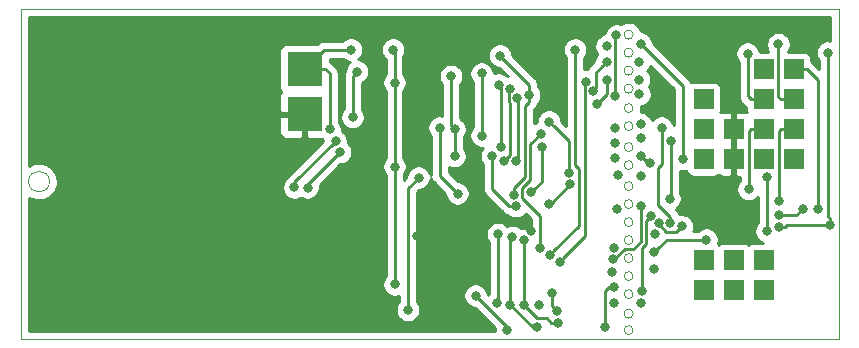
<source format=gbr>
G04 #@! TF.GenerationSoftware,KiCad,Pcbnew,(5.1.0)-1*
G04 #@! TF.CreationDate,2019-05-01T15:09:39-04:00*
G04 #@! TF.ProjectId,PicoTrackerWSPR1Rev4,5069636f-5472-4616-936b-657257535052,rev?*
G04 #@! TF.SameCoordinates,Original*
G04 #@! TF.FileFunction,Copper,L2,Bot*
G04 #@! TF.FilePolarity,Positive*
%FSLAX46Y46*%
G04 Gerber Fmt 4.6, Leading zero omitted, Abs format (unit mm)*
G04 Created by KiCad (PCBNEW (5.1.0)-1) date 2019-05-01 15:09:39*
%MOMM*%
%LPD*%
G04 APERTURE LIST*
%ADD10C,0.100000*%
%ADD11R,3.000000X3.000000*%
%ADD12R,1.700000X1.700000*%
%ADD13C,0.800000*%
%ADD14C,0.250000*%
%ADD15C,0.254000*%
G04 APERTURE END LIST*
D10*
X53975000Y-62230000D02*
X53975000Y-63500000D01*
X123190000Y-62230000D02*
X123190000Y-63500000D01*
X53975000Y-90170000D02*
X53975000Y-63500000D01*
X123190000Y-90170000D02*
X53975000Y-90170000D01*
X123190000Y-63500000D02*
X123190000Y-90170000D01*
X53975000Y-62230000D02*
X123190000Y-62230000D01*
X105791021Y-89408000D02*
G75*
G03X105791021Y-89408000I-381021J0D01*
G01*
X105791021Y-64389000D02*
G75*
G03X105791021Y-64389000I-381021J0D01*
G01*
X105791021Y-65913000D02*
G75*
G03X105791021Y-65913000I-381021J0D01*
G01*
X105791021Y-67437000D02*
G75*
G03X105791021Y-67437000I-381021J0D01*
G01*
X105791021Y-68961000D02*
G75*
G03X105791021Y-68961000I-381021J0D01*
G01*
X105791021Y-70612000D02*
G75*
G03X105791021Y-70612000I-381021J0D01*
G01*
X105791021Y-72136000D02*
G75*
G03X105791021Y-72136000I-381021J0D01*
G01*
X105791021Y-73914000D02*
G75*
G03X105791021Y-73914000I-381021J0D01*
G01*
X105791021Y-75438000D02*
G75*
G03X105791021Y-75438000I-381021J0D01*
G01*
X105791021Y-77216000D02*
G75*
G03X105791021Y-77216000I-381021J0D01*
G01*
X105791021Y-78740000D02*
G75*
G03X105791021Y-78740000I-381021J0D01*
G01*
X105791021Y-80264000D02*
G75*
G03X105791021Y-80264000I-381021J0D01*
G01*
X105791021Y-81788000D02*
G75*
G03X105791021Y-81788000I-381021J0D01*
G01*
X105791021Y-83312000D02*
G75*
G03X105791021Y-83312000I-381021J0D01*
G01*
X105791021Y-86360000D02*
G75*
G03X105791021Y-86360000I-381021J0D01*
G01*
X105791021Y-84836000D02*
G75*
G03X105791021Y-84836000I-381021J0D01*
G01*
X105791021Y-88011000D02*
G75*
G03X105791021Y-88011000I-381021J0D01*
G01*
X56388000Y-76835000D02*
G75*
G03X56388000Y-76835000I-889000J0D01*
G01*
D11*
X77978000Y-71120000D03*
X77978000Y-67310000D03*
D12*
X111760000Y-74930000D03*
X114300000Y-74930000D03*
X116840000Y-69850000D03*
X119380000Y-69850000D03*
X111760000Y-72390000D03*
X116840000Y-72390000D03*
X119380000Y-72390000D03*
X116840000Y-83506000D03*
X114300000Y-83506000D03*
X111760000Y-83506000D03*
X116840000Y-86046000D03*
X114300000Y-86046000D03*
X111760000Y-86046000D03*
X119380000Y-74930000D03*
X116840000Y-74930000D03*
X116840000Y-67310000D03*
X119380000Y-67310000D03*
X111760000Y-69850000D03*
X114300000Y-72390000D03*
D13*
X57150000Y-68707000D03*
X57150000Y-67818000D03*
X57150000Y-66929000D03*
X57150000Y-66040000D03*
X57150000Y-65151000D03*
X58039000Y-65151000D03*
X58928000Y-65151000D03*
X59817000Y-65151000D03*
X60706000Y-65151000D03*
X61595000Y-65405000D03*
X61595000Y-66294000D03*
X61595000Y-67183000D03*
X61595000Y-68072000D03*
X57785000Y-81026000D03*
X57785000Y-80137000D03*
X57785000Y-79248000D03*
X57785000Y-78359000D03*
X57785000Y-77470000D03*
X57785000Y-76581000D03*
X57785000Y-75692000D03*
X57785000Y-74803000D03*
X57785000Y-73914000D03*
X57785000Y-73025000D03*
X57785000Y-72136000D03*
X73025000Y-72136000D03*
X73025000Y-74803000D03*
X73025000Y-76581000D03*
X73025000Y-78359000D03*
X73025000Y-73025000D03*
X73025000Y-75692000D03*
X73025000Y-77470000D03*
X73025000Y-73914000D03*
X60706000Y-76581000D03*
X60706000Y-78359000D03*
X60706000Y-79248000D03*
X60706000Y-73025000D03*
X60706000Y-81026000D03*
X60706000Y-77470000D03*
X60706000Y-80137000D03*
X60706000Y-73914000D03*
X60706000Y-74803000D03*
X60706000Y-72136000D03*
X60706000Y-75692000D03*
X63627000Y-80137000D03*
X63627000Y-79248000D03*
X63627000Y-73914000D03*
X63627000Y-81026000D03*
X63627000Y-75692000D03*
X63627000Y-76581000D03*
X63627000Y-78359000D03*
X63627000Y-73025000D03*
X63627000Y-77470000D03*
X63627000Y-74803000D03*
X63627000Y-72136000D03*
X66421000Y-80137000D03*
X66421000Y-81026000D03*
X66421000Y-73025000D03*
X66421000Y-79248000D03*
X66421000Y-77470000D03*
X66421000Y-76581000D03*
X66421000Y-75692000D03*
X66421000Y-73914000D03*
X66421000Y-78359000D03*
X66421000Y-74803000D03*
X66421000Y-72136000D03*
X70104000Y-74803000D03*
X70104000Y-76581000D03*
X70104000Y-75692000D03*
X70104000Y-78359000D03*
X70104000Y-73025000D03*
X70104000Y-72136000D03*
X70104000Y-79248000D03*
X70104000Y-77470000D03*
X70104000Y-80137000D03*
X70104000Y-73914000D03*
X58674000Y-81026000D03*
X59690000Y-81026000D03*
X64516000Y-81026000D03*
X65405000Y-81026000D03*
X67310000Y-81026000D03*
X68199000Y-81026000D03*
X70993000Y-81026000D03*
X61595000Y-72136000D03*
X62611000Y-72136000D03*
X64516000Y-72136000D03*
X65405000Y-72136000D03*
X67310000Y-72136000D03*
X68199000Y-72136000D03*
X69088000Y-72136000D03*
X70993000Y-72136000D03*
X72009000Y-72136000D03*
X59817000Y-72136000D03*
X58801000Y-72136000D03*
X60579000Y-71247000D03*
X60579000Y-70358000D03*
X57785000Y-84582000D03*
X57785000Y-85471000D03*
X57785000Y-86360000D03*
X57785000Y-87249000D03*
X58674000Y-87249000D03*
X59563000Y-87249000D03*
X60452000Y-87249000D03*
X61341000Y-87249000D03*
X62230000Y-87249000D03*
X63119000Y-87249000D03*
X64008000Y-87249000D03*
X64897000Y-87249000D03*
X65786000Y-87249000D03*
X66675000Y-87249000D03*
X60452000Y-86233000D03*
X60452000Y-85090000D03*
X64008000Y-86360000D03*
X64008000Y-85471000D03*
X64008000Y-84582000D03*
X64008000Y-83693000D03*
X64008000Y-82804000D03*
X64008000Y-81915000D03*
X66675000Y-86233000D03*
X66675000Y-85217000D03*
X66675000Y-84201000D03*
X65405000Y-65151000D03*
X65405000Y-66040000D03*
X65405000Y-66929000D03*
X65405000Y-67818000D03*
X65405000Y-68707000D03*
X66294000Y-65151000D03*
X67183000Y-65151000D03*
X68072000Y-65151000D03*
X68961000Y-65151000D03*
X69850000Y-65151000D03*
X70739000Y-65151000D03*
X71628000Y-65151000D03*
X72517000Y-65151000D03*
X73406000Y-65151000D03*
X73406000Y-66040000D03*
X73406000Y-66929000D03*
X73406000Y-67818000D03*
X73406000Y-68707000D03*
X73406000Y-69596000D03*
X73406000Y-70485000D03*
X73406000Y-71374000D03*
X69850000Y-66040000D03*
X69850000Y-66929000D03*
X69850000Y-67945000D03*
X69850000Y-68961000D03*
X64516000Y-65151000D03*
X63627000Y-65151000D03*
X62611000Y-65151000D03*
X60452000Y-84074000D03*
X60579000Y-69469000D03*
X69088000Y-81026000D03*
X62611000Y-81026000D03*
X61595000Y-81026000D03*
X70104000Y-81026000D03*
X61595000Y-68961000D03*
X78232000Y-71628000D03*
X72949069Y-79232814D03*
X72949069Y-80152186D03*
X106680000Y-63500000D03*
X64897000Y-69469000D03*
X64008000Y-71120000D03*
X64262000Y-70231000D03*
X73256991Y-81027634D03*
X72136000Y-81026000D03*
X57531000Y-82804000D03*
X57531000Y-81915000D03*
X57531000Y-83693000D03*
X57277000Y-71374000D03*
X57277000Y-70485000D03*
X57150000Y-69596000D03*
X76343931Y-74366782D03*
X78331828Y-82550001D03*
X79375000Y-85725000D03*
X82279998Y-81026000D03*
X88265000Y-78232000D03*
X90687001Y-80512939D03*
X91186000Y-84582000D03*
X93980000Y-79502000D03*
X88392000Y-66548000D03*
X84294839Y-66581161D03*
X91821000Y-76073000D03*
X86995000Y-70358000D03*
X83947000Y-74549000D03*
X87122000Y-74549000D03*
X96139000Y-65050033D03*
X97155000Y-81026000D03*
X73279000Y-86995000D03*
X83947000Y-71501000D03*
X103377997Y-63245997D03*
X107315000Y-71120000D03*
X73260974Y-82042001D03*
X75655010Y-77470000D03*
X73260974Y-83058000D03*
X83820000Y-83975037D03*
X87503000Y-81407000D03*
X104267000Y-69543993D03*
X106328969Y-69432402D03*
X82042000Y-71374000D03*
X82439200Y-67523040D03*
X85593000Y-68458000D03*
X85598000Y-85528080D03*
X85598000Y-75565008D03*
X104381194Y-64454208D03*
X85471000Y-65659000D03*
X109982000Y-74930000D03*
X106426000Y-65151000D03*
X77851000Y-67564000D03*
X80095560Y-72417890D03*
X81915000Y-65659000D03*
X103541990Y-65368010D03*
X115479884Y-66003010D03*
X106299000Y-68199000D03*
X102743000Y-70231000D03*
X95991968Y-69715786D03*
X95883640Y-75123719D03*
X103541990Y-68197698D03*
X118087091Y-65203657D03*
X106298992Y-66675000D03*
X102428522Y-69127958D03*
X95347790Y-68950895D03*
X94885239Y-75066991D03*
X103541990Y-66675000D03*
X115570000Y-77470000D03*
X104267000Y-74803000D03*
X106428616Y-74673382D03*
X107200924Y-75280844D03*
X92960898Y-67680161D03*
X80604002Y-73406000D03*
X77105095Y-77328433D03*
X92964000Y-72931913D03*
X118110000Y-78486000D03*
X108966000Y-73406000D03*
X108877453Y-78268990D03*
X104267000Y-73533000D03*
X106426008Y-73152000D03*
X80960669Y-74340244D03*
X94615000Y-73877010D03*
X78232014Y-77343000D03*
X94402654Y-68624182D03*
X98044000Y-73914000D03*
X97130418Y-77746044D03*
X112007411Y-81751010D03*
X107569002Y-82804000D03*
X104140000Y-82423000D03*
X104393850Y-79123231D03*
X107649612Y-81293606D03*
X108204000Y-72263000D03*
X104267000Y-72263000D03*
X106425082Y-71956050D03*
X94519628Y-66165100D03*
X96991002Y-69505998D03*
X95680407Y-77932415D03*
X108947835Y-80375030D03*
X104013000Y-84455000D03*
X107569000Y-84201000D03*
X99314000Y-87757000D03*
X98891364Y-86291318D03*
X104139988Y-87122000D03*
X106483685Y-87122000D03*
X96520000Y-87249000D03*
X99441000Y-88772994D03*
X96525448Y-81802974D03*
X117094000Y-76454000D03*
X117094000Y-81026000D03*
X104139998Y-85725000D03*
X106561420Y-86125014D03*
X107315000Y-79756000D03*
X107948462Y-80339294D03*
X109917365Y-80620052D03*
X103378000Y-89154000D03*
X95377000Y-87249000D03*
X97663000Y-89154000D03*
X95566143Y-81520558D03*
X118110000Y-80645000D03*
X122428000Y-80518000D03*
X122301000Y-65913000D03*
X106433007Y-78868118D03*
X104099648Y-83422198D03*
X121412000Y-79121000D03*
X120142000Y-79121000D03*
X118181031Y-79647514D03*
X106426000Y-76326996D03*
X104482945Y-76312619D03*
X100471423Y-77062961D03*
X98664976Y-78727968D03*
X87630000Y-76501698D03*
X86731659Y-87692965D03*
X92456000Y-86487000D03*
X95123000Y-89408000D03*
X97817120Y-87315398D03*
X100895002Y-65659000D03*
X98737013Y-83042196D03*
X101778001Y-68368454D03*
X99564984Y-83602988D03*
X90932000Y-77851000D03*
X89408000Y-72263000D03*
X90387915Y-67898455D03*
X90678000Y-72390000D03*
X93853000Y-74676000D03*
X90678000Y-74676000D03*
X95878122Y-78915123D03*
X94361000Y-81280000D03*
X94291459Y-87074514D03*
X100330000Y-76073000D03*
X98679000Y-71755000D03*
X97953990Y-72771000D03*
X97929315Y-82452580D03*
D14*
X82042000Y-71374000D02*
X82042000Y-67920240D01*
X82042000Y-67920240D02*
X82439200Y-67523040D01*
X85593000Y-68458000D02*
X85593000Y-75560008D01*
X85593000Y-75560008D02*
X85598000Y-75565008D01*
X85598000Y-85528080D02*
X85598000Y-75565008D01*
X104267000Y-64568402D02*
X104381194Y-64454208D01*
X104267000Y-69543993D02*
X104267000Y-64568402D01*
X85593000Y-65781000D02*
X85471000Y-65659000D01*
X85593000Y-68458000D02*
X85593000Y-65781000D01*
X109982000Y-68707000D02*
X106825999Y-65550999D01*
X109982000Y-74930000D02*
X109982000Y-68707000D01*
X106825999Y-65550999D02*
X106426000Y-65151000D01*
X77978000Y-67310000D02*
X79728000Y-67310000D01*
X80095560Y-71852205D02*
X80095560Y-72417890D01*
X80095560Y-67677560D02*
X80095560Y-71852205D01*
X79728000Y-67310000D02*
X80095560Y-67677560D01*
X79629000Y-65659000D02*
X77978000Y-67310000D01*
X81915000Y-65659000D02*
X79629000Y-65659000D01*
X115479884Y-69589884D02*
X115479884Y-66568695D01*
X115740000Y-69850000D02*
X115479884Y-69589884D01*
X116840000Y-69850000D02*
X115740000Y-69850000D01*
X115479884Y-66568695D02*
X115479884Y-66003010D01*
X96012000Y-75057000D02*
X95945281Y-75123719D01*
X96012000Y-69735818D02*
X96012000Y-75057000D01*
X95945281Y-75123719D02*
X95883640Y-75123719D01*
X95991968Y-69715786D02*
X96012000Y-69735818D01*
X103541990Y-69432010D02*
X103541990Y-68763383D01*
X102743000Y-70231000D02*
X103541990Y-69432010D01*
X103541990Y-68763383D02*
X103541990Y-68197698D01*
X118087091Y-69657091D02*
X118087091Y-65769342D01*
X118280000Y-69850000D02*
X118087091Y-69657091D01*
X119380000Y-69850000D02*
X118280000Y-69850000D01*
X118087091Y-65769342D02*
X118087091Y-65203657D01*
X95347790Y-68950895D02*
X95266967Y-69031718D01*
X95373817Y-74578413D02*
X95285238Y-74666992D01*
X95373817Y-70170637D02*
X95373817Y-74578413D01*
X95285238Y-74666992D02*
X94885239Y-75066991D01*
X95266967Y-70063787D02*
X95373817Y-70170637D01*
X95266967Y-69031718D02*
X95266967Y-70063787D01*
X103141991Y-67074999D02*
X103541990Y-66675000D01*
X102611537Y-68944943D02*
X102611537Y-67605453D01*
X102428522Y-69127958D02*
X102611537Y-68944943D01*
X102611537Y-67605453D02*
X103141991Y-67074999D01*
X115740000Y-72390000D02*
X116840000Y-72390000D01*
X115570000Y-72560000D02*
X115740000Y-72390000D01*
X115570000Y-77470000D02*
X115570000Y-72560000D01*
X106428616Y-74673382D02*
X107036078Y-75280844D01*
X107036078Y-75280844D02*
X107200924Y-75280844D01*
X77105095Y-76904907D02*
X77105095Y-77328433D01*
X80604002Y-73406000D02*
X77105095Y-76904907D01*
X92960898Y-67680161D02*
X92960898Y-72928811D01*
X92960898Y-72928811D02*
X92964000Y-72931913D01*
X118110000Y-72560000D02*
X118110000Y-78486000D01*
X119380000Y-72390000D02*
X118280000Y-72390000D01*
X118280000Y-72390000D02*
X118110000Y-72560000D01*
X108966000Y-73406000D02*
X108966000Y-78180443D01*
X108966000Y-78180443D02*
X108877453Y-78268990D01*
X78232014Y-77068899D02*
X78232014Y-77343000D01*
X80960669Y-74340244D02*
X78232014Y-77068899D01*
X94615000Y-68836528D02*
X94402654Y-68624182D01*
X94615000Y-73877010D02*
X94615000Y-68836528D01*
X98044000Y-76832462D02*
X97530417Y-77346045D01*
X98044000Y-73914000D02*
X98044000Y-76832462D01*
X97530417Y-77346045D02*
X97130418Y-77746044D01*
X112007411Y-81751010D02*
X108621992Y-81751010D01*
X107969001Y-82404001D02*
X107569002Y-82804000D01*
X108621992Y-81751010D02*
X107969001Y-82404001D01*
X94519628Y-66165100D02*
X96991002Y-68636474D01*
X96991002Y-68636474D02*
X96991002Y-69505998D01*
X96991002Y-70071683D02*
X96614988Y-70447697D01*
X96614988Y-76432149D02*
X95680407Y-77366730D01*
X96991002Y-69505998D02*
X96991002Y-70071683D01*
X96614988Y-70447697D02*
X96614988Y-76432149D01*
X95680407Y-77366730D02*
X95680407Y-77932415D01*
X108947835Y-79809345D02*
X108947835Y-80375030D01*
X108204000Y-75350772D02*
X107913001Y-75641771D01*
X107913001Y-75641771D02*
X107913001Y-78774511D01*
X107913001Y-78774511D02*
X108947835Y-79809345D01*
X108204000Y-72263000D02*
X108204000Y-75350772D01*
X98891364Y-86291318D02*
X98891364Y-87334364D01*
X98891364Y-87334364D02*
X99314000Y-87757000D01*
X99441000Y-88772994D02*
X98875315Y-88772994D01*
X96919999Y-87648999D02*
X96520000Y-87249000D01*
X98475316Y-88372995D02*
X97643995Y-88372995D01*
X98875315Y-88772994D02*
X98475316Y-88372995D01*
X97643995Y-88372995D02*
X96919999Y-87648999D01*
X96520000Y-81808422D02*
X96525448Y-81802974D01*
X96520000Y-87249000D02*
X96520000Y-81808422D01*
X117094000Y-76454000D02*
X117094000Y-81026000D01*
X106561420Y-86125014D02*
X106561420Y-82415990D01*
X106883018Y-82094393D02*
X106883018Y-80187982D01*
X106915001Y-80155999D02*
X107315000Y-79756000D01*
X106561420Y-82415990D02*
X106883018Y-82094393D01*
X106883018Y-80187982D02*
X106915001Y-80155999D01*
X109433778Y-81103639D02*
X109517366Y-81020051D01*
X107948462Y-80452488D02*
X108599613Y-81103639D01*
X108599613Y-81103639D02*
X109433778Y-81103639D01*
X109517366Y-81020051D02*
X109917365Y-80620052D01*
X107948462Y-80339294D02*
X107948462Y-80452488D01*
X104139998Y-85725000D02*
X103759000Y-85725000D01*
X103759000Y-85725000D02*
X103378000Y-86106000D01*
X103378000Y-86106000D02*
X103378000Y-89154000D01*
X95377000Y-87249000D02*
X97282000Y-89154000D01*
X97282000Y-89154000D02*
X97663000Y-89154000D01*
X95377000Y-87249000D02*
X95377000Y-81709701D01*
X95377000Y-81709701D02*
X95566143Y-81520558D01*
X118675685Y-80645000D02*
X118110000Y-80645000D01*
X118802685Y-80518000D02*
X118675685Y-80645000D01*
X122428000Y-80518000D02*
X118802685Y-80518000D01*
X122428000Y-79952315D02*
X122301000Y-79825315D01*
X122428000Y-80518000D02*
X122428000Y-79952315D01*
X122301000Y-79825315D02*
X122301000Y-65913000D01*
X105791000Y-82550000D02*
X105086002Y-82550000D01*
X104213804Y-83422198D02*
X104099648Y-83422198D01*
X105086002Y-82550000D02*
X104213804Y-83422198D01*
X106433007Y-81907993D02*
X105791000Y-82550000D01*
X106433007Y-78868118D02*
X106433007Y-81907993D01*
X121412000Y-68242000D02*
X121412000Y-79121000D01*
X119380000Y-67310000D02*
X120480000Y-67310000D01*
X120480000Y-67310000D02*
X121412000Y-68242000D01*
X119615486Y-79647514D02*
X118746716Y-79647514D01*
X120142000Y-79121000D02*
X119615486Y-79647514D01*
X118746716Y-79647514D02*
X118181031Y-79647514D01*
X100471423Y-77062961D02*
X98806416Y-78727968D01*
X98806416Y-78727968D02*
X98664976Y-78727968D01*
X87630000Y-76501698D02*
X86731659Y-77400039D01*
X86731659Y-77400039D02*
X86731659Y-87127280D01*
X86731659Y-87127280D02*
X86731659Y-87692965D01*
X92456000Y-86487000D02*
X95123000Y-89154000D01*
X95123000Y-89154000D02*
X95123000Y-89408000D01*
X101196425Y-80582784D02*
X99137012Y-82642197D01*
X100895002Y-65659000D02*
X100895002Y-75438000D01*
X101196425Y-75739423D02*
X101196425Y-80582784D01*
X99137012Y-82642197D02*
X98737013Y-83042196D01*
X100895002Y-75438000D02*
X101196425Y-75739423D01*
X101778001Y-68368454D02*
X101703521Y-68442934D01*
X101703521Y-68442934D02*
X101703521Y-81464451D01*
X99964983Y-83202989D02*
X99564984Y-83602988D01*
X101703521Y-81464451D02*
X99964983Y-83202989D01*
X89408000Y-76327000D02*
X89408000Y-72828685D01*
X89408000Y-72828685D02*
X89408000Y-72263000D01*
X90932000Y-77851000D02*
X89408000Y-76327000D01*
X90387915Y-72099915D02*
X90678000Y-72390000D01*
X90387915Y-67898455D02*
X90387915Y-72099915D01*
X90678000Y-74676000D02*
X90678000Y-72390000D01*
X93853000Y-74676000D02*
X93853000Y-77455686D01*
X95312437Y-78915123D02*
X95878122Y-78915123D01*
X93853000Y-77455686D02*
X95312437Y-78915123D01*
X94361000Y-81280000D02*
X94361000Y-87004973D01*
X94361000Y-87004973D02*
X94291459Y-87074514D01*
X99078999Y-72154999D02*
X98679000Y-71755000D01*
X100330000Y-73406000D02*
X99078999Y-72154999D01*
X100330000Y-76073000D02*
X100330000Y-73406000D01*
X97953990Y-72771000D02*
X97064999Y-73659991D01*
X96405417Y-77398043D02*
X96405417Y-78187413D01*
X96405417Y-78187413D02*
X97929315Y-79711311D01*
X97929315Y-81886895D02*
X97929315Y-82452580D01*
X97929315Y-79711311D02*
X97929315Y-81886895D01*
X97064999Y-76738461D02*
X96405417Y-77398043D01*
X97064999Y-73659991D02*
X97064999Y-76738461D01*
D15*
G36*
X122505001Y-63466344D02*
G01*
X122505000Y-63466354D01*
X122505000Y-64898301D01*
X122402939Y-64878000D01*
X122199061Y-64878000D01*
X121999102Y-64917774D01*
X121810744Y-64995795D01*
X121641226Y-65109063D01*
X121497063Y-65253226D01*
X121383795Y-65422744D01*
X121305774Y-65611102D01*
X121266000Y-65811061D01*
X121266000Y-66014939D01*
X121305774Y-66214898D01*
X121383795Y-66403256D01*
X121497063Y-66572774D01*
X121541001Y-66616712D01*
X121541001Y-67296199D01*
X121043804Y-66799002D01*
X121020001Y-66769999D01*
X120904276Y-66675026D01*
X120868072Y-66655674D01*
X120868072Y-66460000D01*
X120855812Y-66335518D01*
X120819502Y-66215820D01*
X120760537Y-66105506D01*
X120681185Y-66008815D01*
X120584494Y-65929463D01*
X120474180Y-65870498D01*
X120354482Y-65834188D01*
X120230000Y-65821928D01*
X118918759Y-65821928D01*
X119004296Y-65693913D01*
X119082317Y-65505555D01*
X119122091Y-65305596D01*
X119122091Y-65101718D01*
X119082317Y-64901759D01*
X119004296Y-64713401D01*
X118891028Y-64543883D01*
X118746865Y-64399720D01*
X118577347Y-64286452D01*
X118388989Y-64208431D01*
X118189030Y-64168657D01*
X117985152Y-64168657D01*
X117785193Y-64208431D01*
X117596835Y-64286452D01*
X117427317Y-64399720D01*
X117283154Y-64543883D01*
X117169886Y-64713401D01*
X117091865Y-64901759D01*
X117052091Y-65101718D01*
X117052091Y-65305596D01*
X117091865Y-65505555D01*
X117169886Y-65693913D01*
X117255423Y-65821928D01*
X116499142Y-65821928D01*
X116475110Y-65701112D01*
X116397089Y-65512754D01*
X116283821Y-65343236D01*
X116139658Y-65199073D01*
X115970140Y-65085805D01*
X115781782Y-65007784D01*
X115581823Y-64968010D01*
X115377945Y-64968010D01*
X115177986Y-65007784D01*
X114989628Y-65085805D01*
X114820110Y-65199073D01*
X114675947Y-65343236D01*
X114562679Y-65512754D01*
X114484658Y-65701112D01*
X114444884Y-65901071D01*
X114444884Y-66104949D01*
X114484658Y-66304908D01*
X114562679Y-66493266D01*
X114675947Y-66662784D01*
X114719885Y-66706722D01*
X114719884Y-69552561D01*
X114716208Y-69589884D01*
X114719884Y-69627206D01*
X114719884Y-69627216D01*
X114730881Y-69738869D01*
X114766499Y-69856287D01*
X114774338Y-69882130D01*
X114844910Y-70014160D01*
X114870354Y-70045163D01*
X114939883Y-70129885D01*
X114968887Y-70153688D01*
X115176196Y-70360997D01*
X115199999Y-70390001D01*
X115315724Y-70484974D01*
X115351928Y-70504326D01*
X115351928Y-70700000D01*
X115364188Y-70824482D01*
X115400498Y-70944180D01*
X115407753Y-70957753D01*
X115394180Y-70950498D01*
X115274482Y-70914188D01*
X115150000Y-70901928D01*
X114585750Y-70905000D01*
X114427000Y-71063750D01*
X114427000Y-72263000D01*
X114447000Y-72263000D01*
X114447000Y-72517000D01*
X114427000Y-72517000D01*
X114427000Y-74803000D01*
X114447000Y-74803000D01*
X114447000Y-75057000D01*
X114427000Y-75057000D01*
X114427000Y-76256250D01*
X114585750Y-76415000D01*
X114810000Y-76416221D01*
X114810000Y-76766289D01*
X114766063Y-76810226D01*
X114652795Y-76979744D01*
X114574774Y-77168102D01*
X114535000Y-77368061D01*
X114535000Y-77571939D01*
X114574774Y-77771898D01*
X114652795Y-77960256D01*
X114766063Y-78129774D01*
X114910226Y-78273937D01*
X115079744Y-78387205D01*
X115268102Y-78465226D01*
X115468061Y-78505000D01*
X115671939Y-78505000D01*
X115871898Y-78465226D01*
X116060256Y-78387205D01*
X116229774Y-78273937D01*
X116334000Y-78169711D01*
X116334001Y-80322288D01*
X116290063Y-80366226D01*
X116176795Y-80535744D01*
X116098774Y-80724102D01*
X116059000Y-80924061D01*
X116059000Y-81127939D01*
X116098774Y-81327898D01*
X116176795Y-81516256D01*
X116290063Y-81685774D01*
X116434226Y-81829937D01*
X116603744Y-81943205D01*
X116784140Y-82017928D01*
X115990000Y-82017928D01*
X115865518Y-82030188D01*
X115745820Y-82066498D01*
X115635506Y-82125463D01*
X115570000Y-82179222D01*
X115504494Y-82125463D01*
X115394180Y-82066498D01*
X115274482Y-82030188D01*
X115150000Y-82017928D01*
X113450000Y-82017928D01*
X113325518Y-82030188D01*
X113205820Y-82066498D01*
X113095506Y-82125463D01*
X113030000Y-82179222D01*
X112970531Y-82130418D01*
X113002637Y-82052908D01*
X113042411Y-81852949D01*
X113042411Y-81649071D01*
X113002637Y-81449112D01*
X112924616Y-81260754D01*
X112811348Y-81091236D01*
X112667185Y-80947073D01*
X112497667Y-80833805D01*
X112309309Y-80755784D01*
X112109350Y-80716010D01*
X111905472Y-80716010D01*
X111705513Y-80755784D01*
X111517155Y-80833805D01*
X111347637Y-80947073D01*
X111303700Y-80991010D01*
X110883985Y-80991010D01*
X110912591Y-80921950D01*
X110952365Y-80721991D01*
X110952365Y-80518113D01*
X110912591Y-80318154D01*
X110834570Y-80129796D01*
X110721302Y-79960278D01*
X110577139Y-79816115D01*
X110407621Y-79702847D01*
X110219263Y-79624826D01*
X110019304Y-79585052D01*
X109815426Y-79585052D01*
X109682042Y-79611583D01*
X109653381Y-79517098D01*
X109582809Y-79385069D01*
X109487836Y-79269344D01*
X109458839Y-79245547D01*
X109386758Y-79173467D01*
X109537227Y-79072927D01*
X109681390Y-78928764D01*
X109794658Y-78759246D01*
X109872679Y-78570888D01*
X109912453Y-78370929D01*
X109912453Y-78167051D01*
X109872679Y-77967092D01*
X109794658Y-77778734D01*
X109726000Y-77675980D01*
X109726000Y-75934356D01*
X109880061Y-75965000D01*
X110083939Y-75965000D01*
X110283898Y-75925226D01*
X110289746Y-75922804D01*
X110320498Y-76024180D01*
X110379463Y-76134494D01*
X110458815Y-76231185D01*
X110555506Y-76310537D01*
X110665820Y-76369502D01*
X110785518Y-76405812D01*
X110910000Y-76418072D01*
X112610000Y-76418072D01*
X112734482Y-76405812D01*
X112854180Y-76369502D01*
X112964494Y-76310537D01*
X113030000Y-76256778D01*
X113095506Y-76310537D01*
X113205820Y-76369502D01*
X113325518Y-76405812D01*
X113450000Y-76418072D01*
X114014250Y-76415000D01*
X114173000Y-76256250D01*
X114173000Y-75057000D01*
X114153000Y-75057000D01*
X114153000Y-74803000D01*
X114173000Y-74803000D01*
X114173000Y-72517000D01*
X114153000Y-72517000D01*
X114153000Y-72263000D01*
X114173000Y-72263000D01*
X114173000Y-71063750D01*
X114014250Y-70905000D01*
X113450000Y-70901928D01*
X113325518Y-70914188D01*
X113205820Y-70950498D01*
X113192247Y-70957753D01*
X113199502Y-70944180D01*
X113235812Y-70824482D01*
X113248072Y-70700000D01*
X113248072Y-69000000D01*
X113235812Y-68875518D01*
X113199502Y-68755820D01*
X113140537Y-68645506D01*
X113061185Y-68548815D01*
X112964494Y-68469463D01*
X112854180Y-68410498D01*
X112734482Y-68374188D01*
X112610000Y-68361928D01*
X110910000Y-68361928D01*
X110785518Y-68374188D01*
X110682558Y-68405421D01*
X110616974Y-68282724D01*
X110582262Y-68240427D01*
X110545799Y-68195996D01*
X110545795Y-68195992D01*
X110522001Y-68166999D01*
X110493008Y-68143205D01*
X107461000Y-65111199D01*
X107461000Y-65049061D01*
X107421226Y-64849102D01*
X107343205Y-64660744D01*
X107229937Y-64491226D01*
X107085774Y-64347063D01*
X106916256Y-64233795D01*
X106727898Y-64155774D01*
X106527939Y-64116000D01*
X106457662Y-64116000D01*
X106449257Y-64073745D01*
X106367785Y-63877053D01*
X106249506Y-63700036D01*
X106098964Y-63549494D01*
X105921947Y-63431215D01*
X105725255Y-63349743D01*
X105516449Y-63308208D01*
X105303551Y-63308208D01*
X105094745Y-63349743D01*
X104898053Y-63431215D01*
X104790137Y-63503322D01*
X104683092Y-63458982D01*
X104483133Y-63419208D01*
X104279255Y-63419208D01*
X104079296Y-63458982D01*
X103890938Y-63537003D01*
X103721420Y-63650271D01*
X103577257Y-63794434D01*
X103463989Y-63963952D01*
X103385968Y-64152310D01*
X103346316Y-64351655D01*
X103240092Y-64372784D01*
X103051734Y-64450805D01*
X102882216Y-64564073D01*
X102738053Y-64708236D01*
X102624785Y-64877754D01*
X102546764Y-65066112D01*
X102506990Y-65266071D01*
X102506990Y-65469949D01*
X102546764Y-65669908D01*
X102624785Y-65858266D01*
X102733858Y-66021505D01*
X102624785Y-66184744D01*
X102546764Y-66373102D01*
X102506990Y-66573061D01*
X102506990Y-66635198D01*
X102100535Y-67041654D01*
X102071537Y-67065452D01*
X102047739Y-67094450D01*
X102047738Y-67094451D01*
X101976563Y-67181177D01*
X101905991Y-67313207D01*
X101898716Y-67337189D01*
X101879940Y-67333454D01*
X101676062Y-67333454D01*
X101655002Y-67337643D01*
X101655002Y-66362711D01*
X101698939Y-66318774D01*
X101812207Y-66149256D01*
X101890228Y-65960898D01*
X101930002Y-65760939D01*
X101930002Y-65557061D01*
X101890228Y-65357102D01*
X101812207Y-65168744D01*
X101698939Y-64999226D01*
X101554776Y-64855063D01*
X101385258Y-64741795D01*
X101196900Y-64663774D01*
X100996941Y-64624000D01*
X100793063Y-64624000D01*
X100593104Y-64663774D01*
X100404746Y-64741795D01*
X100235228Y-64855063D01*
X100091065Y-64999226D01*
X99977797Y-65168744D01*
X99899776Y-65357102D01*
X99860002Y-65557061D01*
X99860002Y-65760939D01*
X99899776Y-65960898D01*
X99977797Y-66149256D01*
X100091065Y-66318774D01*
X100135002Y-66362711D01*
X100135003Y-72136201D01*
X99714000Y-71715199D01*
X99714000Y-71653061D01*
X99674226Y-71453102D01*
X99596205Y-71264744D01*
X99482937Y-71095226D01*
X99338774Y-70951063D01*
X99169256Y-70837795D01*
X98980898Y-70759774D01*
X98780939Y-70720000D01*
X98577061Y-70720000D01*
X98377102Y-70759774D01*
X98188744Y-70837795D01*
X98019226Y-70951063D01*
X97875063Y-71095226D01*
X97761795Y-71264744D01*
X97683774Y-71453102D01*
X97644000Y-71653061D01*
X97644000Y-71779126D01*
X97463734Y-71853795D01*
X97374988Y-71913093D01*
X97374988Y-70762498D01*
X97501999Y-70635487D01*
X97531003Y-70611684D01*
X97625976Y-70495959D01*
X97696548Y-70363930D01*
X97739989Y-70220722D01*
X97794939Y-70165772D01*
X97908207Y-69996254D01*
X97986228Y-69807896D01*
X98026002Y-69607937D01*
X98026002Y-69404059D01*
X97986228Y-69204100D01*
X97908207Y-69015742D01*
X97794939Y-68846224D01*
X97751002Y-68802287D01*
X97751002Y-68673807D01*
X97754679Y-68636474D01*
X97740005Y-68487488D01*
X97696548Y-68344227D01*
X97625976Y-68212198D01*
X97554801Y-68125471D01*
X97531003Y-68096473D01*
X97502006Y-68072676D01*
X95554628Y-66125299D01*
X95554628Y-66063161D01*
X95514854Y-65863202D01*
X95436833Y-65674844D01*
X95323565Y-65505326D01*
X95179402Y-65361163D01*
X95009884Y-65247895D01*
X94821526Y-65169874D01*
X94621567Y-65130100D01*
X94417689Y-65130100D01*
X94217730Y-65169874D01*
X94029372Y-65247895D01*
X93859854Y-65361163D01*
X93715691Y-65505326D01*
X93602423Y-65674844D01*
X93524402Y-65863202D01*
X93484628Y-66063161D01*
X93484628Y-66267039D01*
X93524402Y-66466998D01*
X93602423Y-66655356D01*
X93715691Y-66824874D01*
X93859854Y-66969037D01*
X94029372Y-67082305D01*
X94217730Y-67160326D01*
X94417689Y-67200100D01*
X94479827Y-67200100D01*
X95203955Y-67924229D01*
X95172640Y-67930457D01*
X95062428Y-67820245D01*
X94892910Y-67706977D01*
X94704552Y-67628956D01*
X94504593Y-67589182D01*
X94300715Y-67589182D01*
X94100756Y-67628956D01*
X93995898Y-67672390D01*
X93995898Y-67578222D01*
X93956124Y-67378263D01*
X93878103Y-67189905D01*
X93764835Y-67020387D01*
X93620672Y-66876224D01*
X93451154Y-66762956D01*
X93262796Y-66684935D01*
X93062837Y-66645161D01*
X92858959Y-66645161D01*
X92659000Y-66684935D01*
X92470642Y-66762956D01*
X92301124Y-66876224D01*
X92156961Y-67020387D01*
X92043693Y-67189905D01*
X91965672Y-67378263D01*
X91925898Y-67578222D01*
X91925898Y-67782100D01*
X91965672Y-67982059D01*
X92043693Y-68170417D01*
X92156961Y-68339935D01*
X92200898Y-68383872D01*
X92200899Y-72231303D01*
X92160063Y-72272139D01*
X92046795Y-72441657D01*
X91968774Y-72630015D01*
X91929000Y-72829974D01*
X91929000Y-73033852D01*
X91968774Y-73233811D01*
X92046795Y-73422169D01*
X92160063Y-73591687D01*
X92304226Y-73735850D01*
X92473744Y-73849118D01*
X92662102Y-73927139D01*
X92862061Y-73966913D01*
X93065939Y-73966913D01*
X93106430Y-73958859D01*
X93049063Y-74016226D01*
X92935795Y-74185744D01*
X92857774Y-74374102D01*
X92818000Y-74574061D01*
X92818000Y-74777939D01*
X92857774Y-74977898D01*
X92935795Y-75166256D01*
X93049063Y-75335774D01*
X93093000Y-75379711D01*
X93093001Y-77418354D01*
X93089324Y-77455686D01*
X93093001Y-77493019D01*
X93103998Y-77604672D01*
X93113273Y-77635247D01*
X93147454Y-77747932D01*
X93218026Y-77879962D01*
X93286862Y-77963838D01*
X93313000Y-77995687D01*
X93341998Y-78019485D01*
X94748638Y-79426126D01*
X94772436Y-79455124D01*
X94888161Y-79550097D01*
X95020190Y-79620669D01*
X95163398Y-79664110D01*
X95218348Y-79719060D01*
X95387866Y-79832328D01*
X95576224Y-79910349D01*
X95776183Y-79950123D01*
X95980061Y-79950123D01*
X96180020Y-79910349D01*
X96368378Y-79832328D01*
X96537896Y-79719060D01*
X96682059Y-79574897D01*
X96696495Y-79553292D01*
X97169315Y-80026113D01*
X97169316Y-80988409D01*
X97015704Y-80885769D01*
X96827346Y-80807748D01*
X96627387Y-80767974D01*
X96423509Y-80767974D01*
X96301532Y-80792236D01*
X96225917Y-80716621D01*
X96056399Y-80603353D01*
X95868041Y-80525332D01*
X95668082Y-80485558D01*
X95464204Y-80485558D01*
X95264245Y-80525332D01*
X95126924Y-80582213D01*
X95020774Y-80476063D01*
X94851256Y-80362795D01*
X94662898Y-80284774D01*
X94462939Y-80245000D01*
X94259061Y-80245000D01*
X94059102Y-80284774D01*
X93870744Y-80362795D01*
X93701226Y-80476063D01*
X93557063Y-80620226D01*
X93443795Y-80789744D01*
X93365774Y-80978102D01*
X93326000Y-81178061D01*
X93326000Y-81381939D01*
X93365774Y-81581898D01*
X93443795Y-81770256D01*
X93557063Y-81939774D01*
X93601000Y-81983711D01*
X93601001Y-86301261D01*
X93491000Y-86411262D01*
X93491000Y-86385061D01*
X93451226Y-86185102D01*
X93373205Y-85996744D01*
X93259937Y-85827226D01*
X93115774Y-85683063D01*
X92946256Y-85569795D01*
X92757898Y-85491774D01*
X92557939Y-85452000D01*
X92354061Y-85452000D01*
X92154102Y-85491774D01*
X91965744Y-85569795D01*
X91796226Y-85683063D01*
X91652063Y-85827226D01*
X91538795Y-85996744D01*
X91460774Y-86185102D01*
X91421000Y-86385061D01*
X91421000Y-86588939D01*
X91460774Y-86788898D01*
X91538795Y-86977256D01*
X91652063Y-87146774D01*
X91796226Y-87290937D01*
X91965744Y-87404205D01*
X92154102Y-87482226D01*
X92354061Y-87522000D01*
X92416199Y-87522000D01*
X94106625Y-89212427D01*
X94088000Y-89306061D01*
X94088000Y-89485000D01*
X54660000Y-89485000D01*
X54660000Y-78186481D01*
X54901877Y-78312931D01*
X55200314Y-78400766D01*
X55510128Y-78428961D01*
X55819518Y-78396443D01*
X56116700Y-78304450D01*
X56390353Y-78156486D01*
X56630056Y-77958187D01*
X56826676Y-77717106D01*
X56972726Y-77442426D01*
X57062643Y-77144610D01*
X57093000Y-76835000D01*
X57092379Y-76790493D01*
X57053388Y-76481852D01*
X56955191Y-76186662D01*
X56801529Y-75916167D01*
X56598254Y-75680670D01*
X56353108Y-75489141D01*
X56075430Y-75348876D01*
X55775795Y-75265216D01*
X55465618Y-75241350D01*
X55156712Y-75278184D01*
X54860844Y-75374318D01*
X54660000Y-75486566D01*
X54660000Y-72620000D01*
X75839928Y-72620000D01*
X75852188Y-72744482D01*
X75888498Y-72864180D01*
X75947463Y-72974494D01*
X76026815Y-73071185D01*
X76123506Y-73150537D01*
X76233820Y-73209502D01*
X76353518Y-73245812D01*
X76478000Y-73258072D01*
X77692250Y-73255000D01*
X77851000Y-73096250D01*
X77851000Y-71247000D01*
X76001750Y-71247000D01*
X75843000Y-71405750D01*
X75839928Y-72620000D01*
X54660000Y-72620000D01*
X54660000Y-65810000D01*
X75839928Y-65810000D01*
X75839928Y-68810000D01*
X75852188Y-68934482D01*
X75888498Y-69054180D01*
X75947463Y-69164494D01*
X75988912Y-69215000D01*
X75947463Y-69265506D01*
X75888498Y-69375820D01*
X75852188Y-69495518D01*
X75839928Y-69620000D01*
X75843000Y-70834250D01*
X76001750Y-70993000D01*
X77851000Y-70993000D01*
X77851000Y-70973000D01*
X78105000Y-70973000D01*
X78105000Y-70993000D01*
X78125000Y-70993000D01*
X78125000Y-71247000D01*
X78105000Y-71247000D01*
X78105000Y-73096250D01*
X78263750Y-73255000D01*
X79478000Y-73258072D01*
X79488485Y-73257039D01*
X79569002Y-73310839D01*
X79569002Y-73366198D01*
X76594098Y-76341103D01*
X76565094Y-76364906D01*
X76521462Y-76418072D01*
X76470121Y-76480631D01*
X76447426Y-76523089D01*
X76445321Y-76524496D01*
X76301158Y-76668659D01*
X76187890Y-76838177D01*
X76109869Y-77026535D01*
X76070095Y-77226494D01*
X76070095Y-77430372D01*
X76109869Y-77630331D01*
X76187890Y-77818689D01*
X76301158Y-77988207D01*
X76445321Y-78132370D01*
X76614839Y-78245638D01*
X76803197Y-78323659D01*
X77003156Y-78363433D01*
X77207034Y-78363433D01*
X77406993Y-78323659D01*
X77595351Y-78245638D01*
X77657654Y-78204009D01*
X77741758Y-78260205D01*
X77930116Y-78338226D01*
X78130075Y-78378000D01*
X78333953Y-78378000D01*
X78533912Y-78338226D01*
X78722270Y-78260205D01*
X78891788Y-78146937D01*
X79035951Y-78002774D01*
X79149219Y-77833256D01*
X79227240Y-77644898D01*
X79267014Y-77444939D01*
X79267014Y-77241061D01*
X79245054Y-77130660D01*
X81000471Y-75375244D01*
X81062608Y-75375244D01*
X81262567Y-75335470D01*
X81450925Y-75257449D01*
X81620443Y-75144181D01*
X81764606Y-75000018D01*
X81877874Y-74830500D01*
X81955895Y-74642142D01*
X81995669Y-74442183D01*
X81995669Y-74238305D01*
X81955895Y-74038346D01*
X81877874Y-73849988D01*
X81764606Y-73680470D01*
X81631216Y-73547080D01*
X81639002Y-73507939D01*
X81639002Y-73304061D01*
X81599228Y-73104102D01*
X81521207Y-72915744D01*
X81407939Y-72746226D01*
X81263776Y-72602063D01*
X81130560Y-72513051D01*
X81130560Y-72315951D01*
X81090786Y-72115992D01*
X81012765Y-71927634D01*
X80899497Y-71758116D01*
X80855560Y-71714179D01*
X80855560Y-67714882D01*
X80859236Y-67677559D01*
X80855560Y-67640236D01*
X80855560Y-67640227D01*
X80844563Y-67528574D01*
X80801106Y-67385313D01*
X80730534Y-67253284D01*
X80635561Y-67137559D01*
X80606558Y-67113757D01*
X80291804Y-66799003D01*
X80268001Y-66769999D01*
X80152276Y-66675026D01*
X80116072Y-66655674D01*
X80116072Y-66419000D01*
X81211289Y-66419000D01*
X81255226Y-66462937D01*
X81424744Y-66576205D01*
X81613102Y-66654226D01*
X81813061Y-66694000D01*
X81816995Y-66694000D01*
X81779426Y-66719103D01*
X81635263Y-66863266D01*
X81521995Y-67032784D01*
X81443974Y-67221142D01*
X81404200Y-67421101D01*
X81404200Y-67501251D01*
X81336454Y-67627994D01*
X81316453Y-67693931D01*
X81292998Y-67771254D01*
X81289708Y-67804655D01*
X81278324Y-67920240D01*
X81282001Y-67957572D01*
X81282000Y-70670289D01*
X81238063Y-70714226D01*
X81124795Y-70883744D01*
X81046774Y-71072102D01*
X81007000Y-71272061D01*
X81007000Y-71475939D01*
X81046774Y-71675898D01*
X81124795Y-71864256D01*
X81238063Y-72033774D01*
X81382226Y-72177937D01*
X81551744Y-72291205D01*
X81740102Y-72369226D01*
X81940061Y-72409000D01*
X82143939Y-72409000D01*
X82343898Y-72369226D01*
X82532256Y-72291205D01*
X82701774Y-72177937D01*
X82845937Y-72033774D01*
X82959205Y-71864256D01*
X83037226Y-71675898D01*
X83077000Y-71475939D01*
X83077000Y-71272061D01*
X83037226Y-71072102D01*
X82959205Y-70883744D01*
X82845937Y-70714226D01*
X82802000Y-70670289D01*
X82802000Y-68493039D01*
X82929456Y-68440245D01*
X83098974Y-68326977D01*
X83243137Y-68182814D01*
X83356405Y-68013296D01*
X83434426Y-67824938D01*
X83474200Y-67624979D01*
X83474200Y-67421101D01*
X83434426Y-67221142D01*
X83356405Y-67032784D01*
X83243137Y-66863266D01*
X83098974Y-66719103D01*
X82929456Y-66605835D01*
X82741098Y-66527814D01*
X82541139Y-66488040D01*
X82537205Y-66488040D01*
X82574774Y-66462937D01*
X82718937Y-66318774D01*
X82832205Y-66149256D01*
X82910226Y-65960898D01*
X82950000Y-65760939D01*
X82950000Y-65557061D01*
X84436000Y-65557061D01*
X84436000Y-65760939D01*
X84475774Y-65960898D01*
X84553795Y-66149256D01*
X84667063Y-66318774D01*
X84811226Y-66462937D01*
X84833001Y-66477486D01*
X84833000Y-67754289D01*
X84789063Y-67798226D01*
X84675795Y-67967744D01*
X84597774Y-68156102D01*
X84558000Y-68356061D01*
X84558000Y-68559939D01*
X84597774Y-68759898D01*
X84675795Y-68948256D01*
X84789063Y-69117774D01*
X84833000Y-69161711D01*
X84833001Y-74866296D01*
X84794063Y-74905234D01*
X84680795Y-75074752D01*
X84602774Y-75263110D01*
X84563000Y-75463069D01*
X84563000Y-75666947D01*
X84602774Y-75866906D01*
X84680795Y-76055264D01*
X84794063Y-76224782D01*
X84838001Y-76268720D01*
X84838000Y-84824369D01*
X84794063Y-84868306D01*
X84680795Y-85037824D01*
X84602774Y-85226182D01*
X84563000Y-85426141D01*
X84563000Y-85630019D01*
X84602774Y-85829978D01*
X84680795Y-86018336D01*
X84794063Y-86187854D01*
X84938226Y-86332017D01*
X85107744Y-86445285D01*
X85296102Y-86523306D01*
X85496061Y-86563080D01*
X85699939Y-86563080D01*
X85899898Y-86523306D01*
X85971660Y-86493581D01*
X85971660Y-86989253D01*
X85927722Y-87033191D01*
X85814454Y-87202709D01*
X85736433Y-87391067D01*
X85696659Y-87591026D01*
X85696659Y-87794904D01*
X85736433Y-87994863D01*
X85814454Y-88183221D01*
X85927722Y-88352739D01*
X86071885Y-88496902D01*
X86241403Y-88610170D01*
X86429761Y-88688191D01*
X86629720Y-88727965D01*
X86833598Y-88727965D01*
X87033557Y-88688191D01*
X87221915Y-88610170D01*
X87391433Y-88496902D01*
X87535596Y-88352739D01*
X87648864Y-88183221D01*
X87726885Y-87994863D01*
X87766659Y-87794904D01*
X87766659Y-87591026D01*
X87726885Y-87391067D01*
X87648864Y-87202709D01*
X87535596Y-87033191D01*
X87491659Y-86989254D01*
X87491659Y-77714840D01*
X87669801Y-77536698D01*
X87731939Y-77536698D01*
X87931898Y-77496924D01*
X88120256Y-77418903D01*
X88289774Y-77305635D01*
X88433937Y-77161472D01*
X88547205Y-76991954D01*
X88625226Y-76803596D01*
X88665000Y-76603637D01*
X88665000Y-76495775D01*
X88701993Y-76617727D01*
X88702454Y-76619246D01*
X88773026Y-76751276D01*
X88798443Y-76782246D01*
X88867999Y-76867001D01*
X88897002Y-76890803D01*
X89897000Y-77890802D01*
X89897000Y-77952939D01*
X89936774Y-78152898D01*
X90014795Y-78341256D01*
X90128063Y-78510774D01*
X90272226Y-78654937D01*
X90441744Y-78768205D01*
X90630102Y-78846226D01*
X90830061Y-78886000D01*
X91033939Y-78886000D01*
X91233898Y-78846226D01*
X91422256Y-78768205D01*
X91591774Y-78654937D01*
X91735937Y-78510774D01*
X91849205Y-78341256D01*
X91927226Y-78152898D01*
X91967000Y-77952939D01*
X91967000Y-77749061D01*
X91927226Y-77549102D01*
X91849205Y-77360744D01*
X91735937Y-77191226D01*
X91591774Y-77047063D01*
X91422256Y-76933795D01*
X91233898Y-76855774D01*
X91033939Y-76816000D01*
X90971802Y-76816000D01*
X90168000Y-76012199D01*
X90168000Y-75580013D01*
X90187744Y-75593205D01*
X90376102Y-75671226D01*
X90576061Y-75711000D01*
X90779939Y-75711000D01*
X90979898Y-75671226D01*
X91168256Y-75593205D01*
X91337774Y-75479937D01*
X91481937Y-75335774D01*
X91595205Y-75166256D01*
X91673226Y-74977898D01*
X91713000Y-74777939D01*
X91713000Y-74574061D01*
X91673226Y-74374102D01*
X91595205Y-74185744D01*
X91481937Y-74016226D01*
X91438000Y-73972289D01*
X91438000Y-73093711D01*
X91481937Y-73049774D01*
X91595205Y-72880256D01*
X91673226Y-72691898D01*
X91713000Y-72491939D01*
X91713000Y-72288061D01*
X91673226Y-72088102D01*
X91595205Y-71899744D01*
X91481937Y-71730226D01*
X91337774Y-71586063D01*
X91168256Y-71472795D01*
X91147915Y-71464369D01*
X91147915Y-68602166D01*
X91191852Y-68558229D01*
X91305120Y-68388711D01*
X91383141Y-68200353D01*
X91422915Y-68000394D01*
X91422915Y-67796516D01*
X91383141Y-67596557D01*
X91305120Y-67408199D01*
X91191852Y-67238681D01*
X91047689Y-67094518D01*
X90878171Y-66981250D01*
X90689813Y-66903229D01*
X90489854Y-66863455D01*
X90285976Y-66863455D01*
X90086017Y-66903229D01*
X89897659Y-66981250D01*
X89728141Y-67094518D01*
X89583978Y-67238681D01*
X89470710Y-67408199D01*
X89392689Y-67596557D01*
X89352915Y-67796516D01*
X89352915Y-68000394D01*
X89392689Y-68200353D01*
X89470710Y-68388711D01*
X89583978Y-68558229D01*
X89627915Y-68602166D01*
X89627916Y-71251467D01*
X89509939Y-71228000D01*
X89306061Y-71228000D01*
X89106102Y-71267774D01*
X88917744Y-71345795D01*
X88748226Y-71459063D01*
X88604063Y-71603226D01*
X88490795Y-71772744D01*
X88412774Y-71961102D01*
X88373000Y-72161061D01*
X88373000Y-72364939D01*
X88412774Y-72564898D01*
X88490795Y-72753256D01*
X88604063Y-72922774D01*
X88648001Y-72966712D01*
X88648000Y-76289677D01*
X88646378Y-76306141D01*
X88625226Y-76199800D01*
X88547205Y-76011442D01*
X88433937Y-75841924D01*
X88289774Y-75697761D01*
X88120256Y-75584493D01*
X87931898Y-75506472D01*
X87731939Y-75466698D01*
X87528061Y-75466698D01*
X87328102Y-75506472D01*
X87139744Y-75584493D01*
X86970226Y-75697761D01*
X86826063Y-75841924D01*
X86712795Y-76011442D01*
X86634774Y-76199800D01*
X86595000Y-76399759D01*
X86595000Y-76461897D01*
X86358000Y-76698897D01*
X86358000Y-76268719D01*
X86401937Y-76224782D01*
X86515205Y-76055264D01*
X86593226Y-75866906D01*
X86633000Y-75666947D01*
X86633000Y-75463069D01*
X86593226Y-75263110D01*
X86515205Y-75074752D01*
X86401937Y-74905234D01*
X86353000Y-74856297D01*
X86353000Y-69161711D01*
X86396937Y-69117774D01*
X86510205Y-68948256D01*
X86588226Y-68759898D01*
X86628000Y-68559939D01*
X86628000Y-68356061D01*
X86588226Y-68156102D01*
X86510205Y-67967744D01*
X86396937Y-67798226D01*
X86353000Y-67754289D01*
X86353000Y-66201944D01*
X86388205Y-66149256D01*
X86466226Y-65960898D01*
X86506000Y-65760939D01*
X86506000Y-65557061D01*
X86466226Y-65357102D01*
X86388205Y-65168744D01*
X86274937Y-64999226D01*
X86130774Y-64855063D01*
X85961256Y-64741795D01*
X85772898Y-64663774D01*
X85572939Y-64624000D01*
X85369061Y-64624000D01*
X85169102Y-64663774D01*
X84980744Y-64741795D01*
X84811226Y-64855063D01*
X84667063Y-64999226D01*
X84553795Y-65168744D01*
X84475774Y-65357102D01*
X84436000Y-65557061D01*
X82950000Y-65557061D01*
X82910226Y-65357102D01*
X82832205Y-65168744D01*
X82718937Y-64999226D01*
X82574774Y-64855063D01*
X82405256Y-64741795D01*
X82216898Y-64663774D01*
X82016939Y-64624000D01*
X81813061Y-64624000D01*
X81613102Y-64663774D01*
X81424744Y-64741795D01*
X81255226Y-64855063D01*
X81211289Y-64899000D01*
X79666333Y-64899000D01*
X79629000Y-64895323D01*
X79591667Y-64899000D01*
X79480014Y-64909997D01*
X79336753Y-64953454D01*
X79204724Y-65024026D01*
X79088999Y-65118999D01*
X79065201Y-65147997D01*
X79041270Y-65171928D01*
X76478000Y-65171928D01*
X76353518Y-65184188D01*
X76233820Y-65220498D01*
X76123506Y-65279463D01*
X76026815Y-65358815D01*
X75947463Y-65455506D01*
X75888498Y-65565820D01*
X75852188Y-65685518D01*
X75839928Y-65810000D01*
X54660000Y-65810000D01*
X54660000Y-62915000D01*
X122505001Y-62915000D01*
X122505001Y-63466344D01*
X122505001Y-63466344D01*
G37*
X122505001Y-63466344D02*
X122505000Y-63466354D01*
X122505000Y-64898301D01*
X122402939Y-64878000D01*
X122199061Y-64878000D01*
X121999102Y-64917774D01*
X121810744Y-64995795D01*
X121641226Y-65109063D01*
X121497063Y-65253226D01*
X121383795Y-65422744D01*
X121305774Y-65611102D01*
X121266000Y-65811061D01*
X121266000Y-66014939D01*
X121305774Y-66214898D01*
X121383795Y-66403256D01*
X121497063Y-66572774D01*
X121541001Y-66616712D01*
X121541001Y-67296199D01*
X121043804Y-66799002D01*
X121020001Y-66769999D01*
X120904276Y-66675026D01*
X120868072Y-66655674D01*
X120868072Y-66460000D01*
X120855812Y-66335518D01*
X120819502Y-66215820D01*
X120760537Y-66105506D01*
X120681185Y-66008815D01*
X120584494Y-65929463D01*
X120474180Y-65870498D01*
X120354482Y-65834188D01*
X120230000Y-65821928D01*
X118918759Y-65821928D01*
X119004296Y-65693913D01*
X119082317Y-65505555D01*
X119122091Y-65305596D01*
X119122091Y-65101718D01*
X119082317Y-64901759D01*
X119004296Y-64713401D01*
X118891028Y-64543883D01*
X118746865Y-64399720D01*
X118577347Y-64286452D01*
X118388989Y-64208431D01*
X118189030Y-64168657D01*
X117985152Y-64168657D01*
X117785193Y-64208431D01*
X117596835Y-64286452D01*
X117427317Y-64399720D01*
X117283154Y-64543883D01*
X117169886Y-64713401D01*
X117091865Y-64901759D01*
X117052091Y-65101718D01*
X117052091Y-65305596D01*
X117091865Y-65505555D01*
X117169886Y-65693913D01*
X117255423Y-65821928D01*
X116499142Y-65821928D01*
X116475110Y-65701112D01*
X116397089Y-65512754D01*
X116283821Y-65343236D01*
X116139658Y-65199073D01*
X115970140Y-65085805D01*
X115781782Y-65007784D01*
X115581823Y-64968010D01*
X115377945Y-64968010D01*
X115177986Y-65007784D01*
X114989628Y-65085805D01*
X114820110Y-65199073D01*
X114675947Y-65343236D01*
X114562679Y-65512754D01*
X114484658Y-65701112D01*
X114444884Y-65901071D01*
X114444884Y-66104949D01*
X114484658Y-66304908D01*
X114562679Y-66493266D01*
X114675947Y-66662784D01*
X114719885Y-66706722D01*
X114719884Y-69552561D01*
X114716208Y-69589884D01*
X114719884Y-69627206D01*
X114719884Y-69627216D01*
X114730881Y-69738869D01*
X114766499Y-69856287D01*
X114774338Y-69882130D01*
X114844910Y-70014160D01*
X114870354Y-70045163D01*
X114939883Y-70129885D01*
X114968887Y-70153688D01*
X115176196Y-70360997D01*
X115199999Y-70390001D01*
X115315724Y-70484974D01*
X115351928Y-70504326D01*
X115351928Y-70700000D01*
X115364188Y-70824482D01*
X115400498Y-70944180D01*
X115407753Y-70957753D01*
X115394180Y-70950498D01*
X115274482Y-70914188D01*
X115150000Y-70901928D01*
X114585750Y-70905000D01*
X114427000Y-71063750D01*
X114427000Y-72263000D01*
X114447000Y-72263000D01*
X114447000Y-72517000D01*
X114427000Y-72517000D01*
X114427000Y-74803000D01*
X114447000Y-74803000D01*
X114447000Y-75057000D01*
X114427000Y-75057000D01*
X114427000Y-76256250D01*
X114585750Y-76415000D01*
X114810000Y-76416221D01*
X114810000Y-76766289D01*
X114766063Y-76810226D01*
X114652795Y-76979744D01*
X114574774Y-77168102D01*
X114535000Y-77368061D01*
X114535000Y-77571939D01*
X114574774Y-77771898D01*
X114652795Y-77960256D01*
X114766063Y-78129774D01*
X114910226Y-78273937D01*
X115079744Y-78387205D01*
X115268102Y-78465226D01*
X115468061Y-78505000D01*
X115671939Y-78505000D01*
X115871898Y-78465226D01*
X116060256Y-78387205D01*
X116229774Y-78273937D01*
X116334000Y-78169711D01*
X116334001Y-80322288D01*
X116290063Y-80366226D01*
X116176795Y-80535744D01*
X116098774Y-80724102D01*
X116059000Y-80924061D01*
X116059000Y-81127939D01*
X116098774Y-81327898D01*
X116176795Y-81516256D01*
X116290063Y-81685774D01*
X116434226Y-81829937D01*
X116603744Y-81943205D01*
X116784140Y-82017928D01*
X115990000Y-82017928D01*
X115865518Y-82030188D01*
X115745820Y-82066498D01*
X115635506Y-82125463D01*
X115570000Y-82179222D01*
X115504494Y-82125463D01*
X115394180Y-82066498D01*
X115274482Y-82030188D01*
X115150000Y-82017928D01*
X113450000Y-82017928D01*
X113325518Y-82030188D01*
X113205820Y-82066498D01*
X113095506Y-82125463D01*
X113030000Y-82179222D01*
X112970531Y-82130418D01*
X113002637Y-82052908D01*
X113042411Y-81852949D01*
X113042411Y-81649071D01*
X113002637Y-81449112D01*
X112924616Y-81260754D01*
X112811348Y-81091236D01*
X112667185Y-80947073D01*
X112497667Y-80833805D01*
X112309309Y-80755784D01*
X112109350Y-80716010D01*
X111905472Y-80716010D01*
X111705513Y-80755784D01*
X111517155Y-80833805D01*
X111347637Y-80947073D01*
X111303700Y-80991010D01*
X110883985Y-80991010D01*
X110912591Y-80921950D01*
X110952365Y-80721991D01*
X110952365Y-80518113D01*
X110912591Y-80318154D01*
X110834570Y-80129796D01*
X110721302Y-79960278D01*
X110577139Y-79816115D01*
X110407621Y-79702847D01*
X110219263Y-79624826D01*
X110019304Y-79585052D01*
X109815426Y-79585052D01*
X109682042Y-79611583D01*
X109653381Y-79517098D01*
X109582809Y-79385069D01*
X109487836Y-79269344D01*
X109458839Y-79245547D01*
X109386758Y-79173467D01*
X109537227Y-79072927D01*
X109681390Y-78928764D01*
X109794658Y-78759246D01*
X109872679Y-78570888D01*
X109912453Y-78370929D01*
X109912453Y-78167051D01*
X109872679Y-77967092D01*
X109794658Y-77778734D01*
X109726000Y-77675980D01*
X109726000Y-75934356D01*
X109880061Y-75965000D01*
X110083939Y-75965000D01*
X110283898Y-75925226D01*
X110289746Y-75922804D01*
X110320498Y-76024180D01*
X110379463Y-76134494D01*
X110458815Y-76231185D01*
X110555506Y-76310537D01*
X110665820Y-76369502D01*
X110785518Y-76405812D01*
X110910000Y-76418072D01*
X112610000Y-76418072D01*
X112734482Y-76405812D01*
X112854180Y-76369502D01*
X112964494Y-76310537D01*
X113030000Y-76256778D01*
X113095506Y-76310537D01*
X113205820Y-76369502D01*
X113325518Y-76405812D01*
X113450000Y-76418072D01*
X114014250Y-76415000D01*
X114173000Y-76256250D01*
X114173000Y-75057000D01*
X114153000Y-75057000D01*
X114153000Y-74803000D01*
X114173000Y-74803000D01*
X114173000Y-72517000D01*
X114153000Y-72517000D01*
X114153000Y-72263000D01*
X114173000Y-72263000D01*
X114173000Y-71063750D01*
X114014250Y-70905000D01*
X113450000Y-70901928D01*
X113325518Y-70914188D01*
X113205820Y-70950498D01*
X113192247Y-70957753D01*
X113199502Y-70944180D01*
X113235812Y-70824482D01*
X113248072Y-70700000D01*
X113248072Y-69000000D01*
X113235812Y-68875518D01*
X113199502Y-68755820D01*
X113140537Y-68645506D01*
X113061185Y-68548815D01*
X112964494Y-68469463D01*
X112854180Y-68410498D01*
X112734482Y-68374188D01*
X112610000Y-68361928D01*
X110910000Y-68361928D01*
X110785518Y-68374188D01*
X110682558Y-68405421D01*
X110616974Y-68282724D01*
X110582262Y-68240427D01*
X110545799Y-68195996D01*
X110545795Y-68195992D01*
X110522001Y-68166999D01*
X110493008Y-68143205D01*
X107461000Y-65111199D01*
X107461000Y-65049061D01*
X107421226Y-64849102D01*
X107343205Y-64660744D01*
X107229937Y-64491226D01*
X107085774Y-64347063D01*
X106916256Y-64233795D01*
X106727898Y-64155774D01*
X106527939Y-64116000D01*
X106457662Y-64116000D01*
X106449257Y-64073745D01*
X106367785Y-63877053D01*
X106249506Y-63700036D01*
X106098964Y-63549494D01*
X105921947Y-63431215D01*
X105725255Y-63349743D01*
X105516449Y-63308208D01*
X105303551Y-63308208D01*
X105094745Y-63349743D01*
X104898053Y-63431215D01*
X104790137Y-63503322D01*
X104683092Y-63458982D01*
X104483133Y-63419208D01*
X104279255Y-63419208D01*
X104079296Y-63458982D01*
X103890938Y-63537003D01*
X103721420Y-63650271D01*
X103577257Y-63794434D01*
X103463989Y-63963952D01*
X103385968Y-64152310D01*
X103346316Y-64351655D01*
X103240092Y-64372784D01*
X103051734Y-64450805D01*
X102882216Y-64564073D01*
X102738053Y-64708236D01*
X102624785Y-64877754D01*
X102546764Y-65066112D01*
X102506990Y-65266071D01*
X102506990Y-65469949D01*
X102546764Y-65669908D01*
X102624785Y-65858266D01*
X102733858Y-66021505D01*
X102624785Y-66184744D01*
X102546764Y-66373102D01*
X102506990Y-66573061D01*
X102506990Y-66635198D01*
X102100535Y-67041654D01*
X102071537Y-67065452D01*
X102047739Y-67094450D01*
X102047738Y-67094451D01*
X101976563Y-67181177D01*
X101905991Y-67313207D01*
X101898716Y-67337189D01*
X101879940Y-67333454D01*
X101676062Y-67333454D01*
X101655002Y-67337643D01*
X101655002Y-66362711D01*
X101698939Y-66318774D01*
X101812207Y-66149256D01*
X101890228Y-65960898D01*
X101930002Y-65760939D01*
X101930002Y-65557061D01*
X101890228Y-65357102D01*
X101812207Y-65168744D01*
X101698939Y-64999226D01*
X101554776Y-64855063D01*
X101385258Y-64741795D01*
X101196900Y-64663774D01*
X100996941Y-64624000D01*
X100793063Y-64624000D01*
X100593104Y-64663774D01*
X100404746Y-64741795D01*
X100235228Y-64855063D01*
X100091065Y-64999226D01*
X99977797Y-65168744D01*
X99899776Y-65357102D01*
X99860002Y-65557061D01*
X99860002Y-65760939D01*
X99899776Y-65960898D01*
X99977797Y-66149256D01*
X100091065Y-66318774D01*
X100135002Y-66362711D01*
X100135003Y-72136201D01*
X99714000Y-71715199D01*
X99714000Y-71653061D01*
X99674226Y-71453102D01*
X99596205Y-71264744D01*
X99482937Y-71095226D01*
X99338774Y-70951063D01*
X99169256Y-70837795D01*
X98980898Y-70759774D01*
X98780939Y-70720000D01*
X98577061Y-70720000D01*
X98377102Y-70759774D01*
X98188744Y-70837795D01*
X98019226Y-70951063D01*
X97875063Y-71095226D01*
X97761795Y-71264744D01*
X97683774Y-71453102D01*
X97644000Y-71653061D01*
X97644000Y-71779126D01*
X97463734Y-71853795D01*
X97374988Y-71913093D01*
X97374988Y-70762498D01*
X97501999Y-70635487D01*
X97531003Y-70611684D01*
X97625976Y-70495959D01*
X97696548Y-70363930D01*
X97739989Y-70220722D01*
X97794939Y-70165772D01*
X97908207Y-69996254D01*
X97986228Y-69807896D01*
X98026002Y-69607937D01*
X98026002Y-69404059D01*
X97986228Y-69204100D01*
X97908207Y-69015742D01*
X97794939Y-68846224D01*
X97751002Y-68802287D01*
X97751002Y-68673807D01*
X97754679Y-68636474D01*
X97740005Y-68487488D01*
X97696548Y-68344227D01*
X97625976Y-68212198D01*
X97554801Y-68125471D01*
X97531003Y-68096473D01*
X97502006Y-68072676D01*
X95554628Y-66125299D01*
X95554628Y-66063161D01*
X95514854Y-65863202D01*
X95436833Y-65674844D01*
X95323565Y-65505326D01*
X95179402Y-65361163D01*
X95009884Y-65247895D01*
X94821526Y-65169874D01*
X94621567Y-65130100D01*
X94417689Y-65130100D01*
X94217730Y-65169874D01*
X94029372Y-65247895D01*
X93859854Y-65361163D01*
X93715691Y-65505326D01*
X93602423Y-65674844D01*
X93524402Y-65863202D01*
X93484628Y-66063161D01*
X93484628Y-66267039D01*
X93524402Y-66466998D01*
X93602423Y-66655356D01*
X93715691Y-66824874D01*
X93859854Y-66969037D01*
X94029372Y-67082305D01*
X94217730Y-67160326D01*
X94417689Y-67200100D01*
X94479827Y-67200100D01*
X95203955Y-67924229D01*
X95172640Y-67930457D01*
X95062428Y-67820245D01*
X94892910Y-67706977D01*
X94704552Y-67628956D01*
X94504593Y-67589182D01*
X94300715Y-67589182D01*
X94100756Y-67628956D01*
X93995898Y-67672390D01*
X93995898Y-67578222D01*
X93956124Y-67378263D01*
X93878103Y-67189905D01*
X93764835Y-67020387D01*
X93620672Y-66876224D01*
X93451154Y-66762956D01*
X93262796Y-66684935D01*
X93062837Y-66645161D01*
X92858959Y-66645161D01*
X92659000Y-66684935D01*
X92470642Y-66762956D01*
X92301124Y-66876224D01*
X92156961Y-67020387D01*
X92043693Y-67189905D01*
X91965672Y-67378263D01*
X91925898Y-67578222D01*
X91925898Y-67782100D01*
X91965672Y-67982059D01*
X92043693Y-68170417D01*
X92156961Y-68339935D01*
X92200898Y-68383872D01*
X92200899Y-72231303D01*
X92160063Y-72272139D01*
X92046795Y-72441657D01*
X91968774Y-72630015D01*
X91929000Y-72829974D01*
X91929000Y-73033852D01*
X91968774Y-73233811D01*
X92046795Y-73422169D01*
X92160063Y-73591687D01*
X92304226Y-73735850D01*
X92473744Y-73849118D01*
X92662102Y-73927139D01*
X92862061Y-73966913D01*
X93065939Y-73966913D01*
X93106430Y-73958859D01*
X93049063Y-74016226D01*
X92935795Y-74185744D01*
X92857774Y-74374102D01*
X92818000Y-74574061D01*
X92818000Y-74777939D01*
X92857774Y-74977898D01*
X92935795Y-75166256D01*
X93049063Y-75335774D01*
X93093000Y-75379711D01*
X93093001Y-77418354D01*
X93089324Y-77455686D01*
X93093001Y-77493019D01*
X93103998Y-77604672D01*
X93113273Y-77635247D01*
X93147454Y-77747932D01*
X93218026Y-77879962D01*
X93286862Y-77963838D01*
X93313000Y-77995687D01*
X93341998Y-78019485D01*
X94748638Y-79426126D01*
X94772436Y-79455124D01*
X94888161Y-79550097D01*
X95020190Y-79620669D01*
X95163398Y-79664110D01*
X95218348Y-79719060D01*
X95387866Y-79832328D01*
X95576224Y-79910349D01*
X95776183Y-79950123D01*
X95980061Y-79950123D01*
X96180020Y-79910349D01*
X96368378Y-79832328D01*
X96537896Y-79719060D01*
X96682059Y-79574897D01*
X96696495Y-79553292D01*
X97169315Y-80026113D01*
X97169316Y-80988409D01*
X97015704Y-80885769D01*
X96827346Y-80807748D01*
X96627387Y-80767974D01*
X96423509Y-80767974D01*
X96301532Y-80792236D01*
X96225917Y-80716621D01*
X96056399Y-80603353D01*
X95868041Y-80525332D01*
X95668082Y-80485558D01*
X95464204Y-80485558D01*
X95264245Y-80525332D01*
X95126924Y-80582213D01*
X95020774Y-80476063D01*
X94851256Y-80362795D01*
X94662898Y-80284774D01*
X94462939Y-80245000D01*
X94259061Y-80245000D01*
X94059102Y-80284774D01*
X93870744Y-80362795D01*
X93701226Y-80476063D01*
X93557063Y-80620226D01*
X93443795Y-80789744D01*
X93365774Y-80978102D01*
X93326000Y-81178061D01*
X93326000Y-81381939D01*
X93365774Y-81581898D01*
X93443795Y-81770256D01*
X93557063Y-81939774D01*
X93601000Y-81983711D01*
X93601001Y-86301261D01*
X93491000Y-86411262D01*
X93491000Y-86385061D01*
X93451226Y-86185102D01*
X93373205Y-85996744D01*
X93259937Y-85827226D01*
X93115774Y-85683063D01*
X92946256Y-85569795D01*
X92757898Y-85491774D01*
X92557939Y-85452000D01*
X92354061Y-85452000D01*
X92154102Y-85491774D01*
X91965744Y-85569795D01*
X91796226Y-85683063D01*
X91652063Y-85827226D01*
X91538795Y-85996744D01*
X91460774Y-86185102D01*
X91421000Y-86385061D01*
X91421000Y-86588939D01*
X91460774Y-86788898D01*
X91538795Y-86977256D01*
X91652063Y-87146774D01*
X91796226Y-87290937D01*
X91965744Y-87404205D01*
X92154102Y-87482226D01*
X92354061Y-87522000D01*
X92416199Y-87522000D01*
X94106625Y-89212427D01*
X94088000Y-89306061D01*
X94088000Y-89485000D01*
X54660000Y-89485000D01*
X54660000Y-78186481D01*
X54901877Y-78312931D01*
X55200314Y-78400766D01*
X55510128Y-78428961D01*
X55819518Y-78396443D01*
X56116700Y-78304450D01*
X56390353Y-78156486D01*
X56630056Y-77958187D01*
X56826676Y-77717106D01*
X56972726Y-77442426D01*
X57062643Y-77144610D01*
X57093000Y-76835000D01*
X57092379Y-76790493D01*
X57053388Y-76481852D01*
X56955191Y-76186662D01*
X56801529Y-75916167D01*
X56598254Y-75680670D01*
X56353108Y-75489141D01*
X56075430Y-75348876D01*
X55775795Y-75265216D01*
X55465618Y-75241350D01*
X55156712Y-75278184D01*
X54860844Y-75374318D01*
X54660000Y-75486566D01*
X54660000Y-72620000D01*
X75839928Y-72620000D01*
X75852188Y-72744482D01*
X75888498Y-72864180D01*
X75947463Y-72974494D01*
X76026815Y-73071185D01*
X76123506Y-73150537D01*
X76233820Y-73209502D01*
X76353518Y-73245812D01*
X76478000Y-73258072D01*
X77692250Y-73255000D01*
X77851000Y-73096250D01*
X77851000Y-71247000D01*
X76001750Y-71247000D01*
X75843000Y-71405750D01*
X75839928Y-72620000D01*
X54660000Y-72620000D01*
X54660000Y-65810000D01*
X75839928Y-65810000D01*
X75839928Y-68810000D01*
X75852188Y-68934482D01*
X75888498Y-69054180D01*
X75947463Y-69164494D01*
X75988912Y-69215000D01*
X75947463Y-69265506D01*
X75888498Y-69375820D01*
X75852188Y-69495518D01*
X75839928Y-69620000D01*
X75843000Y-70834250D01*
X76001750Y-70993000D01*
X77851000Y-70993000D01*
X77851000Y-70973000D01*
X78105000Y-70973000D01*
X78105000Y-70993000D01*
X78125000Y-70993000D01*
X78125000Y-71247000D01*
X78105000Y-71247000D01*
X78105000Y-73096250D01*
X78263750Y-73255000D01*
X79478000Y-73258072D01*
X79488485Y-73257039D01*
X79569002Y-73310839D01*
X79569002Y-73366198D01*
X76594098Y-76341103D01*
X76565094Y-76364906D01*
X76521462Y-76418072D01*
X76470121Y-76480631D01*
X76447426Y-76523089D01*
X76445321Y-76524496D01*
X76301158Y-76668659D01*
X76187890Y-76838177D01*
X76109869Y-77026535D01*
X76070095Y-77226494D01*
X76070095Y-77430372D01*
X76109869Y-77630331D01*
X76187890Y-77818689D01*
X76301158Y-77988207D01*
X76445321Y-78132370D01*
X76614839Y-78245638D01*
X76803197Y-78323659D01*
X77003156Y-78363433D01*
X77207034Y-78363433D01*
X77406993Y-78323659D01*
X77595351Y-78245638D01*
X77657654Y-78204009D01*
X77741758Y-78260205D01*
X77930116Y-78338226D01*
X78130075Y-78378000D01*
X78333953Y-78378000D01*
X78533912Y-78338226D01*
X78722270Y-78260205D01*
X78891788Y-78146937D01*
X79035951Y-78002774D01*
X79149219Y-77833256D01*
X79227240Y-77644898D01*
X79267014Y-77444939D01*
X79267014Y-77241061D01*
X79245054Y-77130660D01*
X81000471Y-75375244D01*
X81062608Y-75375244D01*
X81262567Y-75335470D01*
X81450925Y-75257449D01*
X81620443Y-75144181D01*
X81764606Y-75000018D01*
X81877874Y-74830500D01*
X81955895Y-74642142D01*
X81995669Y-74442183D01*
X81995669Y-74238305D01*
X81955895Y-74038346D01*
X81877874Y-73849988D01*
X81764606Y-73680470D01*
X81631216Y-73547080D01*
X81639002Y-73507939D01*
X81639002Y-73304061D01*
X81599228Y-73104102D01*
X81521207Y-72915744D01*
X81407939Y-72746226D01*
X81263776Y-72602063D01*
X81130560Y-72513051D01*
X81130560Y-72315951D01*
X81090786Y-72115992D01*
X81012765Y-71927634D01*
X80899497Y-71758116D01*
X80855560Y-71714179D01*
X80855560Y-67714882D01*
X80859236Y-67677559D01*
X80855560Y-67640236D01*
X80855560Y-67640227D01*
X80844563Y-67528574D01*
X80801106Y-67385313D01*
X80730534Y-67253284D01*
X80635561Y-67137559D01*
X80606558Y-67113757D01*
X80291804Y-66799003D01*
X80268001Y-66769999D01*
X80152276Y-66675026D01*
X80116072Y-66655674D01*
X80116072Y-66419000D01*
X81211289Y-66419000D01*
X81255226Y-66462937D01*
X81424744Y-66576205D01*
X81613102Y-66654226D01*
X81813061Y-66694000D01*
X81816995Y-66694000D01*
X81779426Y-66719103D01*
X81635263Y-66863266D01*
X81521995Y-67032784D01*
X81443974Y-67221142D01*
X81404200Y-67421101D01*
X81404200Y-67501251D01*
X81336454Y-67627994D01*
X81316453Y-67693931D01*
X81292998Y-67771254D01*
X81289708Y-67804655D01*
X81278324Y-67920240D01*
X81282001Y-67957572D01*
X81282000Y-70670289D01*
X81238063Y-70714226D01*
X81124795Y-70883744D01*
X81046774Y-71072102D01*
X81007000Y-71272061D01*
X81007000Y-71475939D01*
X81046774Y-71675898D01*
X81124795Y-71864256D01*
X81238063Y-72033774D01*
X81382226Y-72177937D01*
X81551744Y-72291205D01*
X81740102Y-72369226D01*
X81940061Y-72409000D01*
X82143939Y-72409000D01*
X82343898Y-72369226D01*
X82532256Y-72291205D01*
X82701774Y-72177937D01*
X82845937Y-72033774D01*
X82959205Y-71864256D01*
X83037226Y-71675898D01*
X83077000Y-71475939D01*
X83077000Y-71272061D01*
X83037226Y-71072102D01*
X82959205Y-70883744D01*
X82845937Y-70714226D01*
X82802000Y-70670289D01*
X82802000Y-68493039D01*
X82929456Y-68440245D01*
X83098974Y-68326977D01*
X83243137Y-68182814D01*
X83356405Y-68013296D01*
X83434426Y-67824938D01*
X83474200Y-67624979D01*
X83474200Y-67421101D01*
X83434426Y-67221142D01*
X83356405Y-67032784D01*
X83243137Y-66863266D01*
X83098974Y-66719103D01*
X82929456Y-66605835D01*
X82741098Y-66527814D01*
X82541139Y-66488040D01*
X82537205Y-66488040D01*
X82574774Y-66462937D01*
X82718937Y-66318774D01*
X82832205Y-66149256D01*
X82910226Y-65960898D01*
X82950000Y-65760939D01*
X82950000Y-65557061D01*
X84436000Y-65557061D01*
X84436000Y-65760939D01*
X84475774Y-65960898D01*
X84553795Y-66149256D01*
X84667063Y-66318774D01*
X84811226Y-66462937D01*
X84833001Y-66477486D01*
X84833000Y-67754289D01*
X84789063Y-67798226D01*
X84675795Y-67967744D01*
X84597774Y-68156102D01*
X84558000Y-68356061D01*
X84558000Y-68559939D01*
X84597774Y-68759898D01*
X84675795Y-68948256D01*
X84789063Y-69117774D01*
X84833000Y-69161711D01*
X84833001Y-74866296D01*
X84794063Y-74905234D01*
X84680795Y-75074752D01*
X84602774Y-75263110D01*
X84563000Y-75463069D01*
X84563000Y-75666947D01*
X84602774Y-75866906D01*
X84680795Y-76055264D01*
X84794063Y-76224782D01*
X84838001Y-76268720D01*
X84838000Y-84824369D01*
X84794063Y-84868306D01*
X84680795Y-85037824D01*
X84602774Y-85226182D01*
X84563000Y-85426141D01*
X84563000Y-85630019D01*
X84602774Y-85829978D01*
X84680795Y-86018336D01*
X84794063Y-86187854D01*
X84938226Y-86332017D01*
X85107744Y-86445285D01*
X85296102Y-86523306D01*
X85496061Y-86563080D01*
X85699939Y-86563080D01*
X85899898Y-86523306D01*
X85971660Y-86493581D01*
X85971660Y-86989253D01*
X85927722Y-87033191D01*
X85814454Y-87202709D01*
X85736433Y-87391067D01*
X85696659Y-87591026D01*
X85696659Y-87794904D01*
X85736433Y-87994863D01*
X85814454Y-88183221D01*
X85927722Y-88352739D01*
X86071885Y-88496902D01*
X86241403Y-88610170D01*
X86429761Y-88688191D01*
X86629720Y-88727965D01*
X86833598Y-88727965D01*
X87033557Y-88688191D01*
X87221915Y-88610170D01*
X87391433Y-88496902D01*
X87535596Y-88352739D01*
X87648864Y-88183221D01*
X87726885Y-87994863D01*
X87766659Y-87794904D01*
X87766659Y-87591026D01*
X87726885Y-87391067D01*
X87648864Y-87202709D01*
X87535596Y-87033191D01*
X87491659Y-86989254D01*
X87491659Y-77714840D01*
X87669801Y-77536698D01*
X87731939Y-77536698D01*
X87931898Y-77496924D01*
X88120256Y-77418903D01*
X88289774Y-77305635D01*
X88433937Y-77161472D01*
X88547205Y-76991954D01*
X88625226Y-76803596D01*
X88665000Y-76603637D01*
X88665000Y-76495775D01*
X88701993Y-76617727D01*
X88702454Y-76619246D01*
X88773026Y-76751276D01*
X88798443Y-76782246D01*
X88867999Y-76867001D01*
X88897002Y-76890803D01*
X89897000Y-77890802D01*
X89897000Y-77952939D01*
X89936774Y-78152898D01*
X90014795Y-78341256D01*
X90128063Y-78510774D01*
X90272226Y-78654937D01*
X90441744Y-78768205D01*
X90630102Y-78846226D01*
X90830061Y-78886000D01*
X91033939Y-78886000D01*
X91233898Y-78846226D01*
X91422256Y-78768205D01*
X91591774Y-78654937D01*
X91735937Y-78510774D01*
X91849205Y-78341256D01*
X91927226Y-78152898D01*
X91967000Y-77952939D01*
X91967000Y-77749061D01*
X91927226Y-77549102D01*
X91849205Y-77360744D01*
X91735937Y-77191226D01*
X91591774Y-77047063D01*
X91422256Y-76933795D01*
X91233898Y-76855774D01*
X91033939Y-76816000D01*
X90971802Y-76816000D01*
X90168000Y-76012199D01*
X90168000Y-75580013D01*
X90187744Y-75593205D01*
X90376102Y-75671226D01*
X90576061Y-75711000D01*
X90779939Y-75711000D01*
X90979898Y-75671226D01*
X91168256Y-75593205D01*
X91337774Y-75479937D01*
X91481937Y-75335774D01*
X91595205Y-75166256D01*
X91673226Y-74977898D01*
X91713000Y-74777939D01*
X91713000Y-74574061D01*
X91673226Y-74374102D01*
X91595205Y-74185744D01*
X91481937Y-74016226D01*
X91438000Y-73972289D01*
X91438000Y-73093711D01*
X91481937Y-73049774D01*
X91595205Y-72880256D01*
X91673226Y-72691898D01*
X91713000Y-72491939D01*
X91713000Y-72288061D01*
X91673226Y-72088102D01*
X91595205Y-71899744D01*
X91481937Y-71730226D01*
X91337774Y-71586063D01*
X91168256Y-71472795D01*
X91147915Y-71464369D01*
X91147915Y-68602166D01*
X91191852Y-68558229D01*
X91305120Y-68388711D01*
X91383141Y-68200353D01*
X91422915Y-68000394D01*
X91422915Y-67796516D01*
X91383141Y-67596557D01*
X91305120Y-67408199D01*
X91191852Y-67238681D01*
X91047689Y-67094518D01*
X90878171Y-66981250D01*
X90689813Y-66903229D01*
X90489854Y-66863455D01*
X90285976Y-66863455D01*
X90086017Y-66903229D01*
X89897659Y-66981250D01*
X89728141Y-67094518D01*
X89583978Y-67238681D01*
X89470710Y-67408199D01*
X89392689Y-67596557D01*
X89352915Y-67796516D01*
X89352915Y-68000394D01*
X89392689Y-68200353D01*
X89470710Y-68388711D01*
X89583978Y-68558229D01*
X89627915Y-68602166D01*
X89627916Y-71251467D01*
X89509939Y-71228000D01*
X89306061Y-71228000D01*
X89106102Y-71267774D01*
X88917744Y-71345795D01*
X88748226Y-71459063D01*
X88604063Y-71603226D01*
X88490795Y-71772744D01*
X88412774Y-71961102D01*
X88373000Y-72161061D01*
X88373000Y-72364939D01*
X88412774Y-72564898D01*
X88490795Y-72753256D01*
X88604063Y-72922774D01*
X88648001Y-72966712D01*
X88648000Y-76289677D01*
X88646378Y-76306141D01*
X88625226Y-76199800D01*
X88547205Y-76011442D01*
X88433937Y-75841924D01*
X88289774Y-75697761D01*
X88120256Y-75584493D01*
X87931898Y-75506472D01*
X87731939Y-75466698D01*
X87528061Y-75466698D01*
X87328102Y-75506472D01*
X87139744Y-75584493D01*
X86970226Y-75697761D01*
X86826063Y-75841924D01*
X86712795Y-76011442D01*
X86634774Y-76199800D01*
X86595000Y-76399759D01*
X86595000Y-76461897D01*
X86358000Y-76698897D01*
X86358000Y-76268719D01*
X86401937Y-76224782D01*
X86515205Y-76055264D01*
X86593226Y-75866906D01*
X86633000Y-75666947D01*
X86633000Y-75463069D01*
X86593226Y-75263110D01*
X86515205Y-75074752D01*
X86401937Y-74905234D01*
X86353000Y-74856297D01*
X86353000Y-69161711D01*
X86396937Y-69117774D01*
X86510205Y-68948256D01*
X86588226Y-68759898D01*
X86628000Y-68559939D01*
X86628000Y-68356061D01*
X86588226Y-68156102D01*
X86510205Y-67967744D01*
X86396937Y-67798226D01*
X86353000Y-67754289D01*
X86353000Y-66201944D01*
X86388205Y-66149256D01*
X86466226Y-65960898D01*
X86506000Y-65760939D01*
X86506000Y-65557061D01*
X86466226Y-65357102D01*
X86388205Y-65168744D01*
X86274937Y-64999226D01*
X86130774Y-64855063D01*
X85961256Y-64741795D01*
X85772898Y-64663774D01*
X85572939Y-64624000D01*
X85369061Y-64624000D01*
X85169102Y-64663774D01*
X84980744Y-64741795D01*
X84811226Y-64855063D01*
X84667063Y-64999226D01*
X84553795Y-65168744D01*
X84475774Y-65357102D01*
X84436000Y-65557061D01*
X82950000Y-65557061D01*
X82910226Y-65357102D01*
X82832205Y-65168744D01*
X82718937Y-64999226D01*
X82574774Y-64855063D01*
X82405256Y-64741795D01*
X82216898Y-64663774D01*
X82016939Y-64624000D01*
X81813061Y-64624000D01*
X81613102Y-64663774D01*
X81424744Y-64741795D01*
X81255226Y-64855063D01*
X81211289Y-64899000D01*
X79666333Y-64899000D01*
X79629000Y-64895323D01*
X79591667Y-64899000D01*
X79480014Y-64909997D01*
X79336753Y-64953454D01*
X79204724Y-65024026D01*
X79088999Y-65118999D01*
X79065201Y-65147997D01*
X79041270Y-65171928D01*
X76478000Y-65171928D01*
X76353518Y-65184188D01*
X76233820Y-65220498D01*
X76123506Y-65279463D01*
X76026815Y-65358815D01*
X75947463Y-65455506D01*
X75888498Y-65565820D01*
X75852188Y-65685518D01*
X75839928Y-65810000D01*
X54660000Y-65810000D01*
X54660000Y-62915000D01*
X122505001Y-62915000D01*
X122505001Y-63466344D01*
G36*
X109222001Y-69021804D02*
G01*
X109222000Y-72075598D01*
X109199226Y-71961102D01*
X109121205Y-71772744D01*
X109007937Y-71603226D01*
X108863774Y-71459063D01*
X108694256Y-71345795D01*
X108505898Y-71267774D01*
X108305939Y-71228000D01*
X108102061Y-71228000D01*
X107902102Y-71267774D01*
X107713744Y-71345795D01*
X107544226Y-71459063D01*
X107400063Y-71603226D01*
X107399539Y-71604011D01*
X107342287Y-71465794D01*
X107229019Y-71296276D01*
X107084856Y-71152113D01*
X106915338Y-71038845D01*
X106726980Y-70960824D01*
X106527021Y-70921050D01*
X106450491Y-70921050D01*
X106490792Y-70718449D01*
X106490792Y-70505551D01*
X106481213Y-70457396D01*
X106630867Y-70427628D01*
X106819225Y-70349607D01*
X106988743Y-70236339D01*
X107132906Y-70092176D01*
X107246174Y-69922658D01*
X107324195Y-69734300D01*
X107363969Y-69534341D01*
X107363969Y-69330463D01*
X107324195Y-69130504D01*
X107246174Y-68942146D01*
X107146702Y-68793275D01*
X107216205Y-68689256D01*
X107294226Y-68500898D01*
X107334000Y-68300939D01*
X107334000Y-68097061D01*
X107294226Y-67897102D01*
X107216205Y-67708744D01*
X107102937Y-67539226D01*
X107000707Y-67436996D01*
X107102929Y-67334774D01*
X107216197Y-67165256D01*
X107259914Y-67059715D01*
X109222001Y-69021804D01*
X109222001Y-69021804D01*
G37*
X109222001Y-69021804D02*
X109222000Y-72075598D01*
X109199226Y-71961102D01*
X109121205Y-71772744D01*
X109007937Y-71603226D01*
X108863774Y-71459063D01*
X108694256Y-71345795D01*
X108505898Y-71267774D01*
X108305939Y-71228000D01*
X108102061Y-71228000D01*
X107902102Y-71267774D01*
X107713744Y-71345795D01*
X107544226Y-71459063D01*
X107400063Y-71603226D01*
X107399539Y-71604011D01*
X107342287Y-71465794D01*
X107229019Y-71296276D01*
X107084856Y-71152113D01*
X106915338Y-71038845D01*
X106726980Y-70960824D01*
X106527021Y-70921050D01*
X106450491Y-70921050D01*
X106490792Y-70718449D01*
X106490792Y-70505551D01*
X106481213Y-70457396D01*
X106630867Y-70427628D01*
X106819225Y-70349607D01*
X106988743Y-70236339D01*
X107132906Y-70092176D01*
X107246174Y-69922658D01*
X107324195Y-69734300D01*
X107363969Y-69534341D01*
X107363969Y-69330463D01*
X107324195Y-69130504D01*
X107246174Y-68942146D01*
X107146702Y-68793275D01*
X107216205Y-68689256D01*
X107294226Y-68500898D01*
X107334000Y-68300939D01*
X107334000Y-68097061D01*
X107294226Y-67897102D01*
X107216205Y-67708744D01*
X107102937Y-67539226D01*
X107000707Y-67436996D01*
X107102929Y-67334774D01*
X107216197Y-67165256D01*
X107259914Y-67059715D01*
X109222001Y-69021804D01*
M02*

</source>
